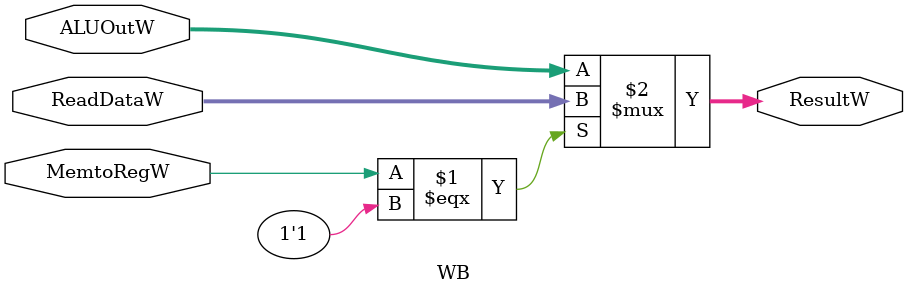
<source format=v>
module WB (
    input MemtoRegW,
    input[31:0] ReadDataW,
    input[31:0] ALUOutW,
    
    output[31:0] ResultW
);

    assign ResultW = MemtoRegW === 1'b1 ? ReadDataW : ALUOutW;
    
endmodule
</source>
